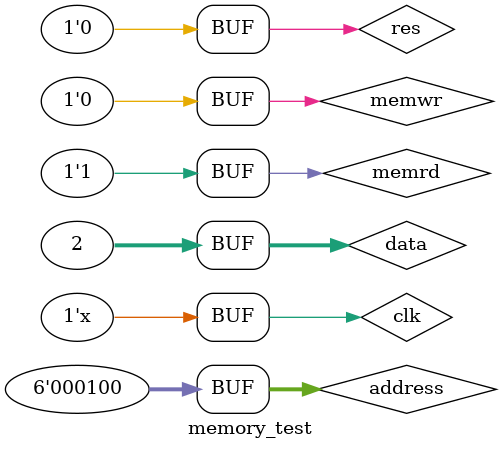
<source format=v>
`timescale 1ns / 1ps
module memory_test();
reg clk;
reg res;
reg memwr;
reg memrd;
reg [31:0]data;
reg [5:0] address;
wire [31:0] datao;

memory uut(memwr,memrd,data,address,datao,clk,res);
initial begin
clk=1'b0;
res=1;
#7
res=0;
end
always #5 clk=~clk;
initial begin
memwr=1;
memrd=0;
address=34;
data=1;
#15
memwr=1;
memrd=0;
address=5;
data=9;
#15
memwr=0;
memrd=1;
address=4;
data=2;
end

endmodule

</source>
